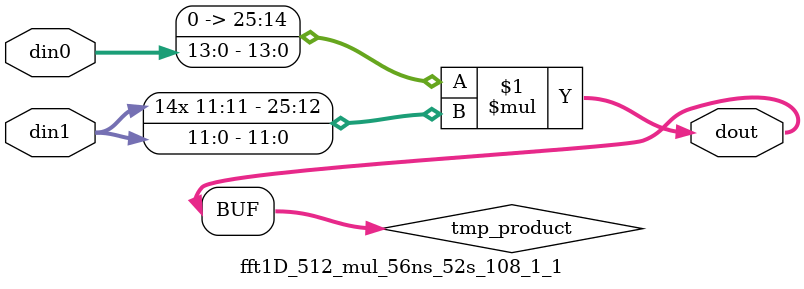
<source format=v>

`timescale 1 ns / 1 ps

  module fft1D_512_mul_56ns_52s_108_1_1(din0, din1, dout);
parameter ID = 1;
parameter NUM_STAGE = 0;
parameter din0_WIDTH = 14;
parameter din1_WIDTH = 12;
parameter dout_WIDTH = 26;

input [din0_WIDTH - 1 : 0] din0; 
input [din1_WIDTH - 1 : 0] din1; 
output [dout_WIDTH - 1 : 0] dout;

wire signed [dout_WIDTH - 1 : 0] tmp_product;











assign tmp_product = $signed({1'b0, din0}) * $signed(din1);










assign dout = tmp_product;







endmodule

</source>
